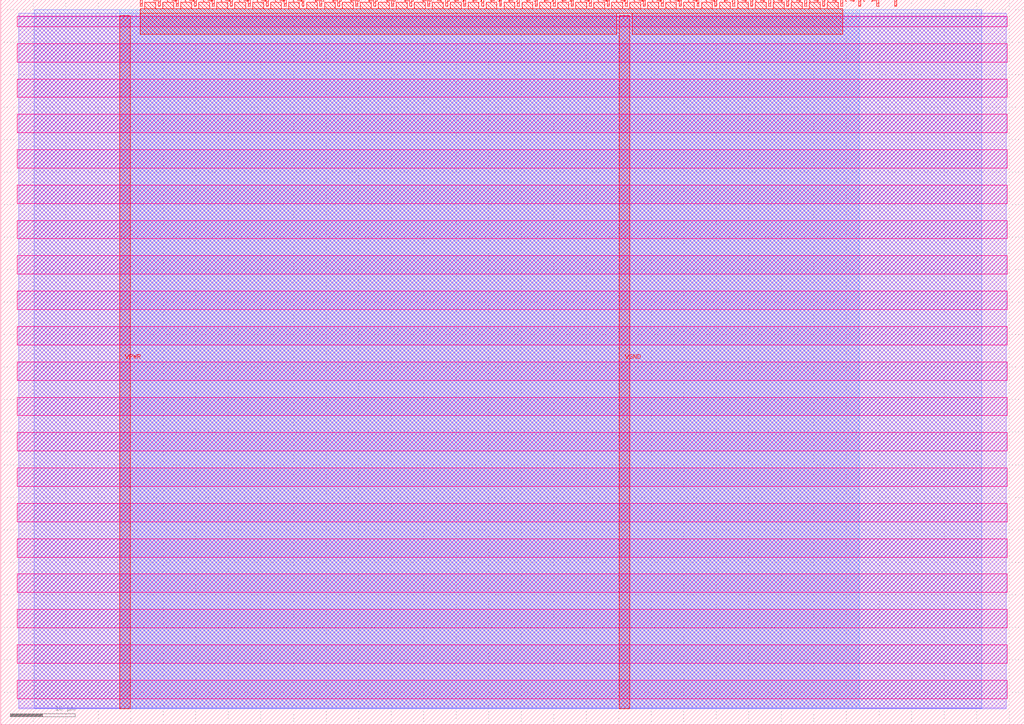
<source format=lef>
VERSION 5.7 ;
  NOWIREEXTENSIONATPIN ON ;
  DIVIDERCHAR "/" ;
  BUSBITCHARS "[]" ;
MACRO tt_um_urish_ringosc_cnt
  CLASS BLOCK ;
  FOREIGN tt_um_urish_ringosc_cnt ;
  ORIGIN 0.000 0.000 ;
  SIZE 157.320 BY 111.520 ;
  PIN VGND
    DIRECTION INOUT ;
    USE GROUND ;
    PORT
      LAYER met4 ;
        RECT 95.080 2.480 96.680 109.040 ;
    END
  END VGND
  PIN VPWR
    DIRECTION INOUT ;
    USE POWER ;
    PORT
      LAYER met4 ;
        RECT 18.280 2.480 19.880 109.040 ;
    END
  END VPWR
  PIN clk
    DIRECTION INPUT ;
    USE SIGNAL ;
    PORT
      LAYER met4 ;
        RECT 134.630 110.520 134.930 111.520 ;
    END
  END clk
  PIN ena
    DIRECTION INPUT ;
    USE SIGNAL ;
    PORT
      LAYER met4 ;
        RECT 137.390 110.520 137.690 111.520 ;
    END
  END ena
  PIN rst_n
    DIRECTION INPUT ;
    USE SIGNAL ;
    PORT
      LAYER met4 ;
        RECT 131.870 110.520 132.170 111.520 ;
    END
  END rst_n
  PIN ui_in[0]
    DIRECTION INPUT ;
    USE SIGNAL ;
    ANTENNAGATEAREA 0.196500 ;
    PORT
      LAYER met4 ;
        RECT 129.110 110.520 129.410 111.520 ;
    END
  END ui_in[0]
  PIN ui_in[1]
    DIRECTION INPUT ;
    USE SIGNAL ;
    ANTENNAGATEAREA 0.196500 ;
    PORT
      LAYER met4 ;
        RECT 126.350 110.520 126.650 111.520 ;
    END
  END ui_in[1]
  PIN ui_in[2]
    DIRECTION INPUT ;
    USE SIGNAL ;
    ANTENNAGATEAREA 0.196500 ;
    PORT
      LAYER met4 ;
        RECT 123.590 110.520 123.890 111.520 ;
    END
  END ui_in[2]
  PIN ui_in[3]
    DIRECTION INPUT ;
    USE SIGNAL ;
    ANTENNAGATEAREA 0.213000 ;
    PORT
      LAYER met4 ;
        RECT 120.830 110.520 121.130 111.520 ;
    END
  END ui_in[3]
  PIN ui_in[4]
    DIRECTION INPUT ;
    USE SIGNAL ;
    ANTENNAGATEAREA 0.196500 ;
    PORT
      LAYER met4 ;
        RECT 118.070 110.520 118.370 111.520 ;
    END
  END ui_in[4]
  PIN ui_in[5]
    DIRECTION INPUT ;
    USE SIGNAL ;
    ANTENNAGATEAREA 0.213000 ;
    PORT
      LAYER met4 ;
        RECT 115.310 110.520 115.610 111.520 ;
    END
  END ui_in[5]
  PIN ui_in[6]
    DIRECTION INPUT ;
    USE SIGNAL ;
    ANTENNAGATEAREA 0.196500 ;
    PORT
      LAYER met4 ;
        RECT 112.550 110.520 112.850 111.520 ;
    END
  END ui_in[6]
  PIN ui_in[7]
    DIRECTION INPUT ;
    USE SIGNAL ;
    ANTENNAGATEAREA 0.196500 ;
    PORT
      LAYER met4 ;
        RECT 109.790 110.520 110.090 111.520 ;
    END
  END ui_in[7]
  PIN uio_in[0]
    DIRECTION INPUT ;
    USE SIGNAL ;
    PORT
      LAYER met4 ;
        RECT 107.030 110.520 107.330 111.520 ;
    END
  END uio_in[0]
  PIN uio_in[1]
    DIRECTION INPUT ;
    USE SIGNAL ;
    PORT
      LAYER met4 ;
        RECT 104.270 110.520 104.570 111.520 ;
    END
  END uio_in[1]
  PIN uio_in[2]
    DIRECTION INPUT ;
    USE SIGNAL ;
    PORT
      LAYER met4 ;
        RECT 101.510 110.520 101.810 111.520 ;
    END
  END uio_in[2]
  PIN uio_in[3]
    DIRECTION INPUT ;
    USE SIGNAL ;
    PORT
      LAYER met4 ;
        RECT 98.750 110.520 99.050 111.520 ;
    END
  END uio_in[3]
  PIN uio_in[4]
    DIRECTION INPUT ;
    USE SIGNAL ;
    PORT
      LAYER met4 ;
        RECT 95.990 110.520 96.290 111.520 ;
    END
  END uio_in[4]
  PIN uio_in[5]
    DIRECTION INPUT ;
    USE SIGNAL ;
    PORT
      LAYER met4 ;
        RECT 93.230 110.520 93.530 111.520 ;
    END
  END uio_in[5]
  PIN uio_in[6]
    DIRECTION INPUT ;
    USE SIGNAL ;
    PORT
      LAYER met4 ;
        RECT 90.470 110.520 90.770 111.520 ;
    END
  END uio_in[6]
  PIN uio_in[7]
    DIRECTION INPUT ;
    USE SIGNAL ;
    PORT
      LAYER met4 ;
        RECT 87.710 110.520 88.010 111.520 ;
    END
  END uio_in[7]
  PIN uio_oe[0]
    DIRECTION OUTPUT TRISTATE ;
    USE SIGNAL ;
    ANTENNADIFFAREA 0.445500 ;
    PORT
      LAYER met4 ;
        RECT 40.790 110.520 41.090 111.520 ;
    END
  END uio_oe[0]
  PIN uio_oe[1]
    DIRECTION OUTPUT TRISTATE ;
    USE SIGNAL ;
    ANTENNADIFFAREA 0.445500 ;
    PORT
      LAYER met4 ;
        RECT 38.030 110.520 38.330 111.520 ;
    END
  END uio_oe[1]
  PIN uio_oe[2]
    DIRECTION OUTPUT TRISTATE ;
    USE SIGNAL ;
    ANTENNADIFFAREA 0.445500 ;
    PORT
      LAYER met4 ;
        RECT 35.270 110.520 35.570 111.520 ;
    END
  END uio_oe[2]
  PIN uio_oe[3]
    DIRECTION OUTPUT TRISTATE ;
    USE SIGNAL ;
    ANTENNADIFFAREA 0.445500 ;
    PORT
      LAYER met4 ;
        RECT 32.510 110.520 32.810 111.520 ;
    END
  END uio_oe[3]
  PIN uio_oe[4]
    DIRECTION OUTPUT TRISTATE ;
    USE SIGNAL ;
    ANTENNADIFFAREA 0.445500 ;
    PORT
      LAYER met4 ;
        RECT 29.750 110.520 30.050 111.520 ;
    END
  END uio_oe[4]
  PIN uio_oe[5]
    DIRECTION OUTPUT TRISTATE ;
    USE SIGNAL ;
    ANTENNADIFFAREA 0.445500 ;
    PORT
      LAYER met4 ;
        RECT 26.990 110.520 27.290 111.520 ;
    END
  END uio_oe[5]
  PIN uio_oe[6]
    DIRECTION OUTPUT TRISTATE ;
    USE SIGNAL ;
    ANTENNADIFFAREA 0.445500 ;
    PORT
      LAYER met4 ;
        RECT 24.230 110.520 24.530 111.520 ;
    END
  END uio_oe[6]
  PIN uio_oe[7]
    DIRECTION OUTPUT TRISTATE ;
    USE SIGNAL ;
    ANTENNADIFFAREA 0.445500 ;
    PORT
      LAYER met4 ;
        RECT 21.470 110.520 21.770 111.520 ;
    END
  END uio_oe[7]
  PIN uio_out[0]
    DIRECTION OUTPUT TRISTATE ;
    USE SIGNAL ;
    ANTENNADIFFAREA 0.445500 ;
    PORT
      LAYER met4 ;
        RECT 62.870 110.520 63.170 111.520 ;
    END
  END uio_out[0]
  PIN uio_out[1]
    DIRECTION OUTPUT TRISTATE ;
    USE SIGNAL ;
    ANTENNADIFFAREA 0.445500 ;
    PORT
      LAYER met4 ;
        RECT 60.110 110.520 60.410 111.520 ;
    END
  END uio_out[1]
  PIN uio_out[2]
    DIRECTION OUTPUT TRISTATE ;
    USE SIGNAL ;
    ANTENNADIFFAREA 0.445500 ;
    PORT
      LAYER met4 ;
        RECT 57.350 110.520 57.650 111.520 ;
    END
  END uio_out[2]
  PIN uio_out[3]
    DIRECTION OUTPUT TRISTATE ;
    USE SIGNAL ;
    ANTENNADIFFAREA 0.445500 ;
    PORT
      LAYER met4 ;
        RECT 54.590 110.520 54.890 111.520 ;
    END
  END uio_out[3]
  PIN uio_out[4]
    DIRECTION OUTPUT TRISTATE ;
    USE SIGNAL ;
    ANTENNADIFFAREA 0.445500 ;
    PORT
      LAYER met4 ;
        RECT 51.830 110.520 52.130 111.520 ;
    END
  END uio_out[4]
  PIN uio_out[5]
    DIRECTION OUTPUT TRISTATE ;
    USE SIGNAL ;
    ANTENNADIFFAREA 0.445500 ;
    PORT
      LAYER met4 ;
        RECT 49.070 110.520 49.370 111.520 ;
    END
  END uio_out[5]
  PIN uio_out[6]
    DIRECTION OUTPUT TRISTATE ;
    USE SIGNAL ;
    ANTENNADIFFAREA 0.445500 ;
    PORT
      LAYER met4 ;
        RECT 46.310 110.520 46.610 111.520 ;
    END
  END uio_out[6]
  PIN uio_out[7]
    DIRECTION OUTPUT TRISTATE ;
    USE SIGNAL ;
    ANTENNADIFFAREA 0.445500 ;
    PORT
      LAYER met4 ;
        RECT 43.550 110.520 43.850 111.520 ;
    END
  END uio_out[7]
  PIN uo_out[0]
    DIRECTION OUTPUT TRISTATE ;
    USE SIGNAL ;
    ANTENNADIFFAREA 0.445500 ;
    PORT
      LAYER met4 ;
        RECT 84.950 110.520 85.250 111.520 ;
    END
  END uo_out[0]
  PIN uo_out[1]
    DIRECTION OUTPUT TRISTATE ;
    USE SIGNAL ;
    ANTENNADIFFAREA 0.795200 ;
    PORT
      LAYER met4 ;
        RECT 82.190 110.520 82.490 111.520 ;
    END
  END uo_out[1]
  PIN uo_out[2]
    DIRECTION OUTPUT TRISTATE ;
    USE SIGNAL ;
    ANTENNADIFFAREA 0.445500 ;
    PORT
      LAYER met4 ;
        RECT 79.430 110.520 79.730 111.520 ;
    END
  END uo_out[2]
  PIN uo_out[3]
    DIRECTION OUTPUT TRISTATE ;
    USE SIGNAL ;
    ANTENNADIFFAREA 0.445500 ;
    PORT
      LAYER met4 ;
        RECT 76.670 110.520 76.970 111.520 ;
    END
  END uo_out[3]
  PIN uo_out[4]
    DIRECTION OUTPUT TRISTATE ;
    USE SIGNAL ;
    ANTENNADIFFAREA 0.445500 ;
    PORT
      LAYER met4 ;
        RECT 73.910 110.520 74.210 111.520 ;
    END
  END uo_out[4]
  PIN uo_out[5]
    DIRECTION OUTPUT TRISTATE ;
    USE SIGNAL ;
    ANTENNADIFFAREA 0.445500 ;
    PORT
      LAYER met4 ;
        RECT 71.150 110.520 71.450 111.520 ;
    END
  END uo_out[5]
  PIN uo_out[6]
    DIRECTION OUTPUT TRISTATE ;
    USE SIGNAL ;
    ANTENNADIFFAREA 0.795200 ;
    PORT
      LAYER met4 ;
        RECT 68.390 110.520 68.690 111.520 ;
    END
  END uo_out[6]
  PIN uo_out[7]
    DIRECTION OUTPUT TRISTATE ;
    USE SIGNAL ;
    ANTENNADIFFAREA 0.445500 ;
    PORT
      LAYER met4 ;
        RECT 65.630 110.520 65.930 111.520 ;
    END
  END uo_out[7]
  OBS
      LAYER nwell ;
        RECT 2.570 107.385 154.750 108.990 ;
        RECT 2.570 101.945 154.750 104.775 ;
        RECT 2.570 96.505 154.750 99.335 ;
        RECT 2.570 91.065 154.750 93.895 ;
        RECT 2.570 85.625 154.750 88.455 ;
        RECT 2.570 80.185 154.750 83.015 ;
        RECT 2.570 74.745 154.750 77.575 ;
        RECT 2.570 69.305 154.750 72.135 ;
        RECT 2.570 63.865 154.750 66.695 ;
        RECT 2.570 58.425 154.750 61.255 ;
        RECT 2.570 52.985 154.750 55.815 ;
        RECT 2.570 47.545 154.750 50.375 ;
        RECT 2.570 42.105 154.750 44.935 ;
        RECT 2.570 36.665 154.750 39.495 ;
        RECT 2.570 31.225 154.750 34.055 ;
        RECT 2.570 25.785 154.750 28.615 ;
        RECT 2.570 20.345 154.750 23.175 ;
        RECT 2.570 14.905 154.750 17.735 ;
        RECT 2.570 9.465 154.750 12.295 ;
        RECT 2.570 4.025 154.750 6.855 ;
      LAYER li1 ;
        RECT 2.760 2.635 154.560 108.885 ;
      LAYER met1 ;
        RECT 2.760 2.480 154.560 109.440 ;
      LAYER met2 ;
        RECT 5.160 2.535 150.780 110.005 ;
      LAYER met3 ;
        RECT 18.290 2.555 131.955 109.985 ;
      LAYER met4 ;
        RECT 22.170 110.120 23.830 111.170 ;
        RECT 24.930 110.120 26.590 111.170 ;
        RECT 27.690 110.120 29.350 111.170 ;
        RECT 30.450 110.120 32.110 111.170 ;
        RECT 33.210 110.120 34.870 111.170 ;
        RECT 35.970 110.120 37.630 111.170 ;
        RECT 38.730 110.120 40.390 111.170 ;
        RECT 41.490 110.120 43.150 111.170 ;
        RECT 44.250 110.120 45.910 111.170 ;
        RECT 47.010 110.120 48.670 111.170 ;
        RECT 49.770 110.120 51.430 111.170 ;
        RECT 52.530 110.120 54.190 111.170 ;
        RECT 55.290 110.120 56.950 111.170 ;
        RECT 58.050 110.120 59.710 111.170 ;
        RECT 60.810 110.120 62.470 111.170 ;
        RECT 63.570 110.120 65.230 111.170 ;
        RECT 66.330 110.120 67.990 111.170 ;
        RECT 69.090 110.120 70.750 111.170 ;
        RECT 71.850 110.120 73.510 111.170 ;
        RECT 74.610 110.120 76.270 111.170 ;
        RECT 77.370 110.120 79.030 111.170 ;
        RECT 80.130 110.120 81.790 111.170 ;
        RECT 82.890 110.120 84.550 111.170 ;
        RECT 85.650 110.120 87.310 111.170 ;
        RECT 88.410 110.120 90.070 111.170 ;
        RECT 91.170 110.120 92.830 111.170 ;
        RECT 93.930 110.120 95.590 111.170 ;
        RECT 96.690 110.120 98.350 111.170 ;
        RECT 99.450 110.120 101.110 111.170 ;
        RECT 102.210 110.120 103.870 111.170 ;
        RECT 104.970 110.120 106.630 111.170 ;
        RECT 107.730 110.120 109.390 111.170 ;
        RECT 110.490 110.120 112.150 111.170 ;
        RECT 113.250 110.120 114.910 111.170 ;
        RECT 116.010 110.120 117.670 111.170 ;
        RECT 118.770 110.120 120.430 111.170 ;
        RECT 121.530 110.120 123.190 111.170 ;
        RECT 124.290 110.120 125.950 111.170 ;
        RECT 127.050 110.120 128.710 111.170 ;
        RECT 21.455 109.440 129.425 110.120 ;
        RECT 21.455 106.255 94.680 109.440 ;
        RECT 97.080 106.255 129.425 109.440 ;
  END
END tt_um_urish_ringosc_cnt
END LIBRARY


</source>
